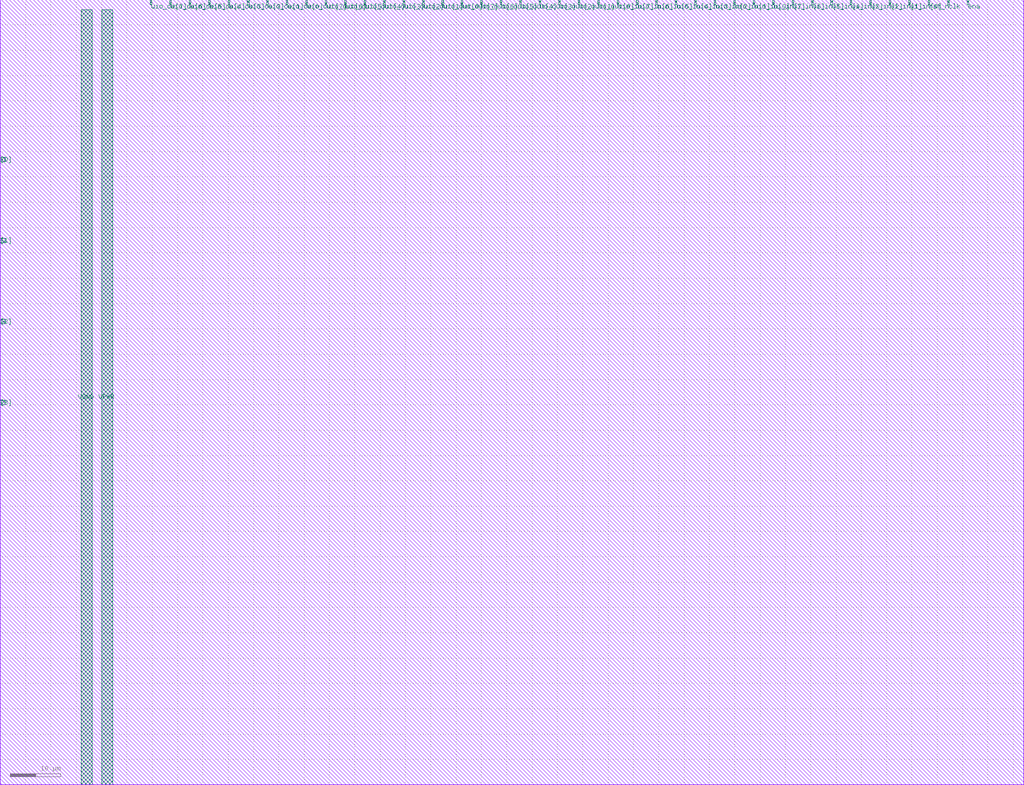
<source format=lef>
  X é    	 /é    	 / LIB  >A7KÆ§ð9D¸/ ZT é    	 /é    	 / "tt_um_NicklausThompson_555_1x1    C   ,     àd     ãè  è ãè  è àd     àd      C   ,     ¡ä     ¥h  è ¥h  è ¡ä     ¡ä      C   ,     cd     fè  è fè  è cd     cd      C   ,     $ä     (h  è (h  è $ä     $ä      C   ,  >      > U  G U  G      >          C   ,  N       N  U  V¸ U  V¸      N           C   , Úª Y| Úª ]d ÛÖ ]d ÛÖ Y| Úª Y| +  ,clk       C   , éª Y| éª ]d êÖ ]d êÖ Y| éª Y| +  ,ena       C   , Ëª Y| Ëª ]d ÌÖ ]d ÌÖ Y| Ëª Y| +  
,rst_n       C   , ¼ª Y| ¼ª ]d ½Ö ]d ½Ö Y| ¼ª Y| +  ,ui_in[0]      C   , ­ª Y| ­ª ]d ®Ö ]d ®Ö Y| ­ª Y| +  ,ui_in[1]      C   , ª Y| ª ]d Ö ]d Ö Y| ª Y| +  ,ui_in[2]      C   , ª Y| ª ]d Ö ]d Ö Y| ª Y| +  ,ui_in[3]      C   , ª Y| ª ]d Ö ]d Ö Y| ª Y| +  ,ui_in[4]      C   , qª Y| qª ]d rÖ ]d rÖ Y| qª Y| +  ,ui_in[5]      C   , bª Y| bª ]d cÖ ]d cÖ Y| bª Y| +  ,ui_in[6]      C   , Sª Y| Sª ]d TÖ ]d TÖ Y| Sª Y| +  ,ui_in[7]      C   , Dª Y| Dª ]d EÖ ]d EÖ Y| Dª Y| +  ,uio_in[0]       C   , 5ª Y| 5ª ]d 6Ö ]d 6Ö Y| 5ª Y| +  ,uio_in[1]       C   , &ª Y| &ª ]d 'Ö ]d 'Ö Y| &ª Y| +  ,uio_in[2]       C   , ª Y| ª ]d Ö ]d Ö Y| ª Y| +  ,uio_in[3]       C   , ª Y| ª ]d 	Ö ]d 	Ö Y| ª Y| +  ,uio_in[4]       C   , ùª Y| ùª ]d úÖ ]d úÖ Y| ùª Y| +  ,uio_in[5]       C   , êª Y| êª ]d ëÖ ]d ëÖ Y| êª Y| +  ,uio_in[6]       C   , Ûª Y| Ûª ]d ÜÖ ]d ÜÖ Y| Ûª Y| +  ,uio_in[7]       C   ,  Üª Y|  Üª ]d  ÝÖ ]d  ÝÖ Y|  Üª Y| +  ,uio_oe[0]       C   ,  Íª Y|  Íª ]d  ÎÖ ]d  ÎÖ Y|  Íª Y| +  ,uio_oe[1]       C   ,  ¾ª Y|  ¾ª ]d  ¿Ö ]d  ¿Ö Y|  ¾ª Y| +  ,uio_oe[2]       C   ,  ¯ª Y|  ¯ª ]d  °Ö ]d  °Ö Y|  ¯ª Y| +  ,uio_oe[3]       C   ,   ª Y|   ª ]d  ¡Ö ]d  ¡Ö Y|   ª Y| +  ,uio_oe[4]       C   ,  ª Y|  ª ]d  Ö ]d  Ö Y|  ª Y| +  ,uio_oe[5]       C   ,  ª Y|  ª ]d  Ö ]d  Ö Y|  ª Y| +  ,uio_oe[6]       C   ,  sª Y|  sª ]d  tÖ ]d  tÖ Y|  sª Y| +  ,uio_oe[7]       C   , Tª Y| Tª ]d UÖ ]d UÖ Y| Tª Y| +  ,uio_out[0]      C   , Eª Y| Eª ]d FÖ ]d FÖ Y| Eª Y| +  ,uio_out[1]      C   , 6ª Y| 6ª ]d 7Ö ]d 7Ö Y| 6ª Y| +  ,uio_out[2]      C   , 'ª Y| 'ª ]d (Ö ]d (Ö Y| 'ª Y| +  ,uio_out[3]      C   , ª Y| ª ]d Ö ]d Ö Y| ª Y| +  ,uio_out[4]      C   , 	ª Y| 	ª ]d 
Ö ]d 
Ö Y| 	ª Y| +  ,uio_out[5]      C   ,  úª Y|  úª ]d  ûÖ ]d  ûÖ Y|  úª Y| +  ,uio_out[6]      C   ,  ëª Y|  ëª ]d  ìÖ ]d  ìÖ Y|  ëª Y| +  ,uio_out[7]      C   , Ìª Y| Ìª ]d ÍÖ ]d ÍÖ Y| Ìª Y| +  ,uo_out[0]       C   , ½ª Y| ½ª ]d ¾Ö ]d ¾Ö Y| ½ª Y| +  ,uo_out[1]       C   , ®ª Y| ®ª ]d ¯Ö ]d ¯Ö Y| ®ª Y| +  ,uo_out[2]       C   , ª Y| ª ]d  Ö ]d  Ö Y| ª Y| +  ,uo_out[3]       C   , ª Y| ª ]d Ö ]d Ö Y| ª Y| +  ,uo_out[4]       C   , ª Y| ª ]d Ö ]d Ö Y| ª Y| +  ,uo_out[5]       C   , rª Y| rª ]d sÖ ]d sÖ Y| rª Y| +  ,uo_out[6]       C   , cª Y| cª ]d dÖ ]d dÖ Y| cª Y| +  ,uo_out[7]       ½   ,             ]d ` ]d `                  C    , Úª Y| Úª ]d ÛÖ ]d ÛÖ Y| Úª Y|      C    , éª Y| éª ]d êÖ ]d êÖ Y| éª Y|      C    , Ëª Y| Ëª ]d ÌÖ ]d ÌÖ Y| Ëª Y|      C    , ¼ª Y| ¼ª ]d ½Ö ]d ½Ö Y| ¼ª Y|      C    , ­ª Y| ­ª ]d ®Ö ]d ®Ö Y| ­ª Y|      C    , ª Y| ª ]d Ö ]d Ö Y| ª Y|      C    , ª Y| ª ]d Ö ]d Ö Y| ª Y|      C    , ª Y| ª ]d Ö ]d Ö Y| ª Y|      C    , qª Y| qª ]d rÖ ]d rÖ Y| qª Y|      C    , bª Y| bª ]d cÖ ]d cÖ Y| bª Y|      C    , Sª Y| Sª ]d TÖ ]d TÖ Y| Sª Y|      C    , Dª Y| Dª ]d EÖ ]d EÖ Y| Dª Y|      C    , 5ª Y| 5ª ]d 6Ö ]d 6Ö Y| 5ª Y|      C    , &ª Y| &ª ]d 'Ö ]d 'Ö Y| &ª Y|      C    , ª Y| ª ]d Ö ]d Ö Y| ª Y|      C    , ª Y| ª ]d 	Ö ]d 	Ö Y| ª Y|      C    , ùª Y| ùª ]d úÖ ]d úÖ Y| ùª Y|      C    , êª Y| êª ]d ëÖ ]d ëÖ Y| êª Y|      C    , Ûª Y| Ûª ]d ÜÖ ]d ÜÖ Y| Ûª Y|      C    ,  Üª Y|  Üª ]d  ÝÖ ]d  ÝÖ Y|  Üª Y|      C    ,  Íª Y|  Íª ]d  ÎÖ ]d  ÎÖ Y|  Íª Y|      C    ,  ¾ª Y|  ¾ª ]d  ¿Ö ]d  ¿Ö Y|  ¾ª Y|      C    ,  ¯ª Y|  ¯ª ]d  °Ö ]d  °Ö Y|  ¯ª Y|      C    ,   ª Y|   ª ]d  ¡Ö ]d  ¡Ö Y|   ª Y|      C    ,  ª Y|  ª ]d  Ö ]d  Ö Y|  ª Y|      C    ,  ª Y|  ª ]d  Ö ]d  Ö Y|  ª Y|      C    ,  sª Y|  sª ]d  tÖ ]d  tÖ Y|  sª Y|      C    , Tª Y| Tª ]d UÖ ]d UÖ Y| Tª Y|      C    , Eª Y| Eª ]d FÖ ]d FÖ Y| Eª Y|      C    , 6ª Y| 6ª ]d 7Ö ]d 7Ö Y| 6ª Y|      C    , 'ª Y| 'ª ]d (Ö ]d (Ö Y| 'ª Y|      C    , ª Y| ª ]d Ö ]d Ö Y| ª Y|      C    , 	ª Y| 	ª ]d 
Ö ]d 
Ö Y| 	ª Y|      C    ,  úª Y|  úª ]d  ûÖ ]d  ûÖ Y|  úª Y|      C    ,  ëª Y|  ëª ]d  ìÖ ]d  ìÖ Y|  ëª Y|      C    , Ìª Y| Ìª ]d ÍÖ ]d ÍÖ Y| Ìª Y|      C    , ½ª Y| ½ª ]d ¾Ö ]d ¾Ö Y| ½ª Y|      C    , ®ª Y| ®ª ]d ¯Ö ]d ¯Ö Y| ®ª Y|      C    , ª Y| ª ]d  Ö ]d  Ö Y| ª Y|      C    , ª Y| ª ]d Ö ]d Ö Y| ª Y|      C    , ª Y| ª ]d Ö ]d Ö Y| ª Y|      C    , rª Y| rª ]d sÖ ]d sÖ Y| rª Y|      C    , cª Y| cª ]d dÖ ]d dÖ Y| cª Y|      C    ,     àd     ãè  è ãè  è àd     àd      C    ,     ¡ä     ¥h  è ¥h  è ¡ä     ¡ä      C    ,     cd     fè  è fè  è cd     cd      C    ,     $ä     (h  è (h  è $ä     $ä      C    ,  >      > U  G U  G      >          C    ,  N       N  U  V¸ U  V¸      N           C       Û@ [p clk       C       ê@ [p ena       C       Ì@ [p 
rst_n       C       ½@ [p ui_in[0]      C       ®@ [p ui_in[1]      C       @ [p ui_in[2]      C       @ [p ui_in[3]      C       @ [p ui_in[4]      C       r@ [p ui_in[5]      C       c@ [p ui_in[6]      C       T@ [p ui_in[7]      C       E@ [p uio_in[0]       C       6@ [p uio_in[1]       C       '@ [p uio_in[2]       C       @ [p uio_in[3]       C       	@ [p uio_in[4]       C       ú@ [p uio_in[5]       C       ë@ [p uio_in[6]       C       Ü@ [p uio_in[7]       C        Ý@ [p uio_oe[0]       C        Î@ [p uio_oe[1]       C        ¿@ [p uio_oe[2]       C        °@ [p uio_oe[3]       C        ¡@ [p uio_oe[4]       C        @ [p uio_oe[5]       C        @ [p uio_oe[6]       C        t@ [p uio_oe[7]       C       U@ [p uio_out[0]      C       F@ [p uio_out[1]      C       7@ [p uio_out[2]      C       (@ [p uio_out[3]      C       @ [p uio_out[4]      C       
@ [p uio_out[5]      C        û@ [p uio_out[6]      C        ì@ [p uio_out[7]      C       Í@ [p uo_out[0]       C       ¾@ [p uo_out[1]       C       ¯@ [p uo_out[2]       C        @ [p uo_out[3]       C       @ [p uo_out[4]       C       @ [p uo_out[5]       C       s@ [p uo_out[6]       C       d@ [p uo_out[7]       C       ô â& 
ua[0]       C       ô £¦ 
ua[1]       C       ô e& 
ua[2]       C       ô &¦ 
ua[3]       C       BÌ *Ê VGND      C       Rl *Ê VPWR      
</source>
